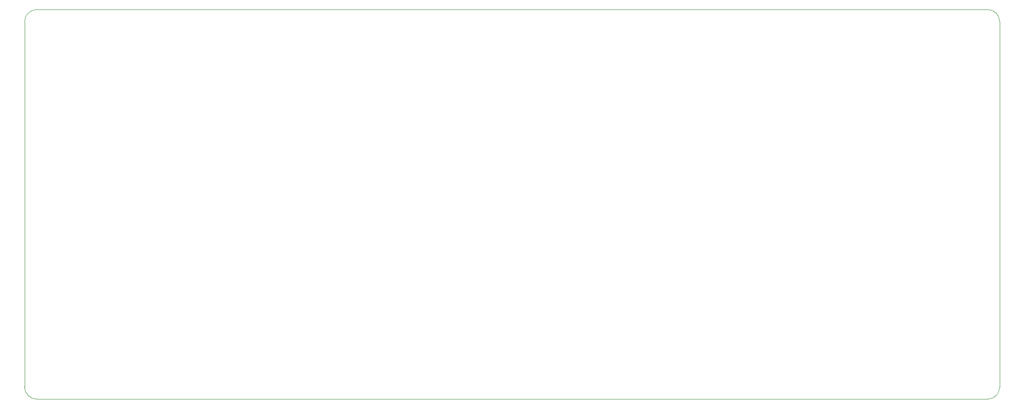
<source format=gm1>
G04 #@! TF.GenerationSoftware,KiCad,Pcbnew,(5.1.4-0)*
G04 #@! TF.CreationDate,2021-02-22T20:17:48-07:00*
G04 #@! TF.ProjectId,electrolyte,656c6563-7472-46f6-9c79-74652e6b6963,rev?*
G04 #@! TF.SameCoordinates,Original*
G04 #@! TF.FileFunction,Profile,NP*
%FSLAX46Y46*%
G04 Gerber Fmt 4.6, Leading zero omitted, Abs format (unit mm)*
G04 Created by KiCad (PCBNEW (5.1.4-0)) date 2021-02-22 20:17:48*
%MOMM*%
%LPD*%
G04 APERTURE LIST*
%ADD10C,0.050000*%
G04 APERTURE END LIST*
D10*
X204597000Y-16129000D02*
X18796000Y-16129000D01*
X206883000Y-90043000D02*
X206883000Y-18415000D01*
X18796000Y-92329000D02*
X204597000Y-92329000D01*
X16383000Y-18542000D02*
X16383000Y-89916000D01*
X204597000Y-16129000D02*
G75*
G02X206883000Y-18415000I0J-2286000D01*
G01*
X206883000Y-90043000D02*
G75*
G02X204597000Y-92329000I-2286000J0D01*
G01*
X18796000Y-92329000D02*
G75*
G02X16383000Y-89916000I0J2413000D01*
G01*
X16383000Y-18542000D02*
G75*
G02X18796000Y-16129000I2413000J0D01*
G01*
M02*

</source>
